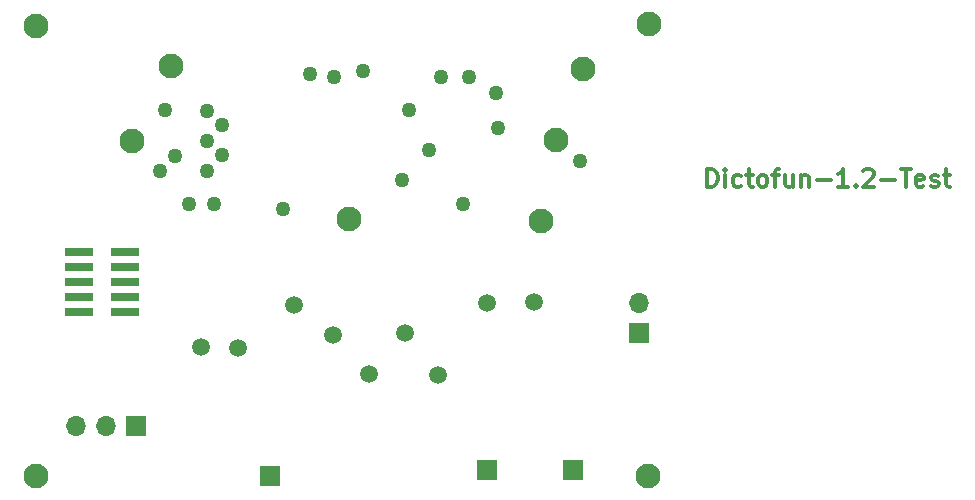
<source format=gbr>
%TF.GenerationSoftware,KiCad,Pcbnew,(6.0.4)*%
%TF.CreationDate,2022-04-30T14:42:06+02:00*%
%TF.ProjectId,test_fixture,74657374-5f66-4697-9874-7572652e6b69,rev?*%
%TF.SameCoordinates,Original*%
%TF.FileFunction,Soldermask,Top*%
%TF.FilePolarity,Negative*%
%FSLAX46Y46*%
G04 Gerber Fmt 4.6, Leading zero omitted, Abs format (unit mm)*
G04 Created by KiCad (PCBNEW (6.0.4)) date 2022-04-30 14:42:06*
%MOMM*%
%LPD*%
G01*
G04 APERTURE LIST*
%ADD10C,0.300000*%
%ADD11C,2.100000*%
%ADD12C,1.270000*%
%ADD13R,1.700000X1.700000*%
%ADD14O,1.700000X1.700000*%
%ADD15C,1.500000*%
%ADD16R,2.400000X0.740000*%
G04 APERTURE END LIST*
D10*
X147809428Y-96690571D02*
X147809428Y-95190571D01*
X148166571Y-95190571D01*
X148380857Y-95262000D01*
X148523714Y-95404857D01*
X148595142Y-95547714D01*
X148666571Y-95833428D01*
X148666571Y-96047714D01*
X148595142Y-96333428D01*
X148523714Y-96476285D01*
X148380857Y-96619142D01*
X148166571Y-96690571D01*
X147809428Y-96690571D01*
X149309428Y-96690571D02*
X149309428Y-95690571D01*
X149309428Y-95190571D02*
X149238000Y-95262000D01*
X149309428Y-95333428D01*
X149380857Y-95262000D01*
X149309428Y-95190571D01*
X149309428Y-95333428D01*
X150666571Y-96619142D02*
X150523714Y-96690571D01*
X150238000Y-96690571D01*
X150095142Y-96619142D01*
X150023714Y-96547714D01*
X149952285Y-96404857D01*
X149952285Y-95976285D01*
X150023714Y-95833428D01*
X150095142Y-95762000D01*
X150238000Y-95690571D01*
X150523714Y-95690571D01*
X150666571Y-95762000D01*
X151095142Y-95690571D02*
X151666571Y-95690571D01*
X151309428Y-95190571D02*
X151309428Y-96476285D01*
X151380857Y-96619142D01*
X151523714Y-96690571D01*
X151666571Y-96690571D01*
X152380857Y-96690571D02*
X152238000Y-96619142D01*
X152166571Y-96547714D01*
X152095142Y-96404857D01*
X152095142Y-95976285D01*
X152166571Y-95833428D01*
X152238000Y-95762000D01*
X152380857Y-95690571D01*
X152595142Y-95690571D01*
X152738000Y-95762000D01*
X152809428Y-95833428D01*
X152880857Y-95976285D01*
X152880857Y-96404857D01*
X152809428Y-96547714D01*
X152738000Y-96619142D01*
X152595142Y-96690571D01*
X152380857Y-96690571D01*
X153309428Y-95690571D02*
X153880857Y-95690571D01*
X153523714Y-96690571D02*
X153523714Y-95404857D01*
X153595142Y-95262000D01*
X153738000Y-95190571D01*
X153880857Y-95190571D01*
X155023714Y-95690571D02*
X155023714Y-96690571D01*
X154380857Y-95690571D02*
X154380857Y-96476285D01*
X154452285Y-96619142D01*
X154595142Y-96690571D01*
X154809428Y-96690571D01*
X154952285Y-96619142D01*
X155023714Y-96547714D01*
X155738000Y-95690571D02*
X155738000Y-96690571D01*
X155738000Y-95833428D02*
X155809428Y-95762000D01*
X155952285Y-95690571D01*
X156166571Y-95690571D01*
X156309428Y-95762000D01*
X156380857Y-95904857D01*
X156380857Y-96690571D01*
X157095142Y-96119142D02*
X158238000Y-96119142D01*
X159738000Y-96690571D02*
X158880857Y-96690571D01*
X159309428Y-96690571D02*
X159309428Y-95190571D01*
X159166571Y-95404857D01*
X159023714Y-95547714D01*
X158880857Y-95619142D01*
X160380857Y-96547714D02*
X160452285Y-96619142D01*
X160380857Y-96690571D01*
X160309428Y-96619142D01*
X160380857Y-96547714D01*
X160380857Y-96690571D01*
X161023714Y-95333428D02*
X161095142Y-95262000D01*
X161238000Y-95190571D01*
X161595142Y-95190571D01*
X161738000Y-95262000D01*
X161809428Y-95333428D01*
X161880857Y-95476285D01*
X161880857Y-95619142D01*
X161809428Y-95833428D01*
X160952285Y-96690571D01*
X161880857Y-96690571D01*
X162523714Y-96119142D02*
X163666571Y-96119142D01*
X164166571Y-95190571D02*
X165023714Y-95190571D01*
X164595142Y-96690571D02*
X164595142Y-95190571D01*
X166095142Y-96619142D02*
X165952285Y-96690571D01*
X165666571Y-96690571D01*
X165523714Y-96619142D01*
X165452285Y-96476285D01*
X165452285Y-95904857D01*
X165523714Y-95762000D01*
X165666571Y-95690571D01*
X165952285Y-95690571D01*
X166095142Y-95762000D01*
X166166571Y-95904857D01*
X166166571Y-96047714D01*
X165452285Y-96190571D01*
X166738000Y-96619142D02*
X166880857Y-96690571D01*
X167166571Y-96690571D01*
X167309428Y-96619142D01*
X167380857Y-96476285D01*
X167380857Y-96404857D01*
X167309428Y-96262000D01*
X167166571Y-96190571D01*
X166952285Y-96190571D01*
X166809428Y-96119142D01*
X166738000Y-95976285D01*
X166738000Y-95904857D01*
X166809428Y-95762000D01*
X166952285Y-95690571D01*
X167166571Y-95690571D01*
X167309428Y-95762000D01*
X167809428Y-95690571D02*
X168380857Y-95690571D01*
X168023714Y-95190571D02*
X168023714Y-96476285D01*
X168095142Y-96619142D01*
X168238000Y-96690571D01*
X168380857Y-96690571D01*
D11*
%TO.C,H10*%
X142875000Y-82931000D03*
%TD*%
%TO.C,H9*%
X90932000Y-121158000D03*
%TD*%
%TO.C,H8*%
X142748000Y-121158000D03*
%TD*%
%TO.C,H7*%
X90932000Y-83058000D03*
%TD*%
D12*
%TO.C,POGO19*%
X137033000Y-94488000D03*
%TD*%
D11*
%TO.C,H2*%
X99060000Y-92837000D03*
%TD*%
D12*
%TO.C,POGO16*%
X121920000Y-96139000D03*
%TD*%
%TO.C,POGO11*%
X106045000Y-98171000D03*
%TD*%
D11*
%TO.C,H1*%
X135001000Y-92710000D03*
%TD*%
D12*
%TO.C,POGO10*%
X122555000Y-90170000D03*
%TD*%
D13*
%TO.C,J1*%
X99426000Y-116967000D03*
D14*
X96886000Y-116967000D03*
X94346000Y-116967000D03*
%TD*%
D15*
%TO.C,PDM_CLK1*%
X108077000Y-110363000D03*
%TD*%
D13*
%TO.C,J6*%
X136398000Y-120650000D03*
%TD*%
D12*
%TO.C,POGO5*%
X116205000Y-87376000D03*
%TD*%
%TO.C,POGO7*%
X124206000Y-93599000D03*
%TD*%
D15*
%TO.C,SPI_MOSI1*%
X119126000Y-112522000D03*
%TD*%
D11*
%TO.C,H5*%
X137287000Y-86741000D03*
%TD*%
D12*
%TO.C,POGO15*%
X127127000Y-98171000D03*
%TD*%
%TO.C,POGO13*%
X129921000Y-88773000D03*
%TD*%
D16*
%TO.C,J3*%
X98470000Y-107315000D03*
X94570000Y-107315000D03*
X98470000Y-106045000D03*
X94570000Y-106045000D03*
X98470000Y-104775000D03*
X94570000Y-104775000D03*
X98470000Y-103505000D03*
X94570000Y-103505000D03*
X98470000Y-102235000D03*
X94570000Y-102235000D03*
%TD*%
D12*
%TO.C,POGO17*%
X111887000Y-98552000D03*
%TD*%
D15*
%TO.C,PDM_DATA1*%
X104902000Y-110236000D03*
%TD*%
%TO.C,SPI_MISO1*%
X124968000Y-112649000D03*
%TD*%
D12*
%TO.C,POGO18*%
X106680000Y-91440000D03*
%TD*%
D15*
%TO.C,P3.3V1*%
X129159000Y-106553000D03*
%TD*%
%TO.C,SPI_CS1*%
X122174000Y-109093000D03*
%TD*%
D12*
%TO.C,POGO1*%
X114173000Y-87122000D03*
%TD*%
D11*
%TO.C,H6*%
X133731000Y-99568000D03*
%TD*%
D12*
%TO.C,POGO2*%
X101473000Y-95377000D03*
%TD*%
%TO.C,POGO14*%
X118618000Y-86868000D03*
%TD*%
D13*
%TO.C,J2*%
X141986000Y-109093000D03*
D14*
X141986000Y-106553000D03*
%TD*%
D12*
%TO.C,POGO21*%
X106680000Y-93980000D03*
%TD*%
%TO.C,POGO20*%
X105410000Y-90297000D03*
%TD*%
D11*
%TO.C,H4*%
X117475000Y-99441000D03*
%TD*%
%TO.C,H3*%
X102362000Y-86487000D03*
%TD*%
D15*
%TO.C,DEC_CAP1*%
X112776000Y-106680000D03*
%TD*%
D12*
%TO.C,POGO9*%
X125222000Y-87376000D03*
%TD*%
%TO.C,POGO12*%
X103886000Y-98171000D03*
%TD*%
%TO.C,POGO6*%
X130048000Y-91694000D03*
%TD*%
D15*
%TO.C,SPI_CLK1*%
X116078000Y-109220000D03*
%TD*%
%TO.C,LDO_EN1*%
X133096000Y-106426000D03*
%TD*%
D13*
%TO.C,J5*%
X129159000Y-120650000D03*
%TD*%
D12*
%TO.C,POGO23*%
X105410000Y-92837000D03*
%TD*%
%TO.C,POGO8*%
X127635000Y-87376000D03*
%TD*%
%TO.C,POGO4*%
X101854000Y-90170000D03*
%TD*%
D13*
%TO.C,J4*%
X110744000Y-121158000D03*
%TD*%
D12*
%TO.C,POGO22*%
X105410000Y-95377000D03*
%TD*%
%TO.C,POGO3*%
X102743000Y-94107000D03*
%TD*%
M02*

</source>
